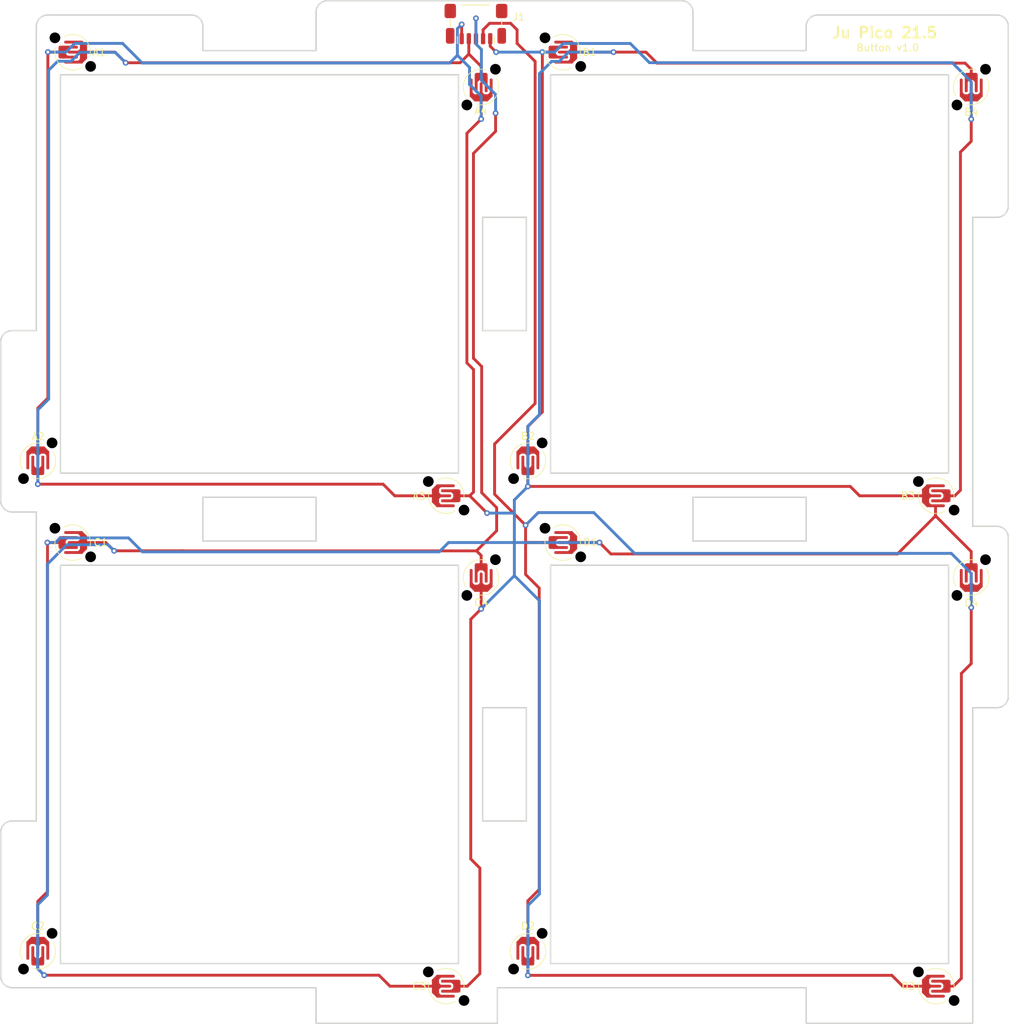
<source format=kicad_pcb>
(kicad_pcb (version 20241229) (generator "pcbnew") (generator_version "9.0")
  (title_block (title "Mai Button"))
  (layers (0 "F.Cu" signal) (2 "B.Cu" signal) (13 "F.Paste" user) (15 "B.Paste" user) (5 "F.SilkS" user "F.Silkscreen") (7 "B.SilkS" user "B.Silkscreen") (1 "F.Mask" user) (3 "B.Mask" user) (25 "Edge.Cuts" user))
  (net 0 "")
  (net 1 "GND")
  (net 2 "Net-(A1-B)")
  (net 3 "Net-(B1-A)")
  (net 4 "Net-(C1-B)")
  (net 5 "Net-(D1-A)")
  (footprint "ju_button:JuRubber" (layer "F.Cu") (at 149.092 117.372 90)
    (property "Reference" "D1")
    (property "Value" "SW_SPST" (hide yes))
  )
  (footprint "ju_button:JuRubber" (layer "F.Cu") (at 144.192 105.928 180)
    (property "Reference" "B2")
    (property "Value" "SW_SPST" (hide yes))
  )
  (footprint "ju_button:JuRubber" (layer "F.Cu") (at 137.648 53.629)
    (property "Reference" "A4")
    (property "Value" "SW_SPST" (hide yes))
  )
  (footprint "ju_button:JuRubber" (layer "F.Cu") (at 206.291 53.629)
    (property "Reference" "B4")
    (property "Value" "SW_SPST" (hide yes))
  )
  (footprint "ju_button:JuRubber" (layer "F.Cu") (at 201.391 110.828 -90)
    (property "Reference" "B3")
    (property "Value" "SW_SPST" (hide yes))
  )
  (footprint "ju_button:JuRubber" (layer "F.Cu") (at 80.449 48.729 90)
    (property "Reference" "A1")
    (property "Value" "SW_SPST" (hide yes))
  )
  (footprint "ju_button:JuRubber" (layer "F.Cu") (at 201.391 179.471 -90)
    (property "Reference" "D3")
    (property "Value" "SW_SPST" (hide yes))
  )
  (footprint "ju_button:SH1.0_5P" (layer "F.Cu") (at 136.92 44.85 180)
    (property "Reference" "J1")
    (property "Value" "Conn_01x05" (hide yes))
  )
  (footprint "ju_button:JuRubber" (layer "F.Cu") (at 132.748 179.471 -90)
    (property "Reference" "C3")
    (property "Value" "SW_SPST" (hide yes))
  )
  (footprint "ju_button:JuRubber" (layer "F.Cu") (at 132.748 110.828 -90)
    (property "Reference" "A3")
    (property "Value" "SW_SPST" (hide yes))
  )
  (footprint "ju_button:JuRubber" (layer "F.Cu") (at 75.549 105.928 180)
    (property "Reference" "A2")
    (property "Value" "SW_SPST" (hide yes))
  )
  (footprint "ju_button:JuRubber" (layer "F.Cu") (at 206.291 122.272)
    (property "Reference" "D4")
    (property "Value" "SW_SPST" (hide yes))
  )
  (footprint "ju_button:JuRubber" (layer "F.Cu") (at 80.449 117.372 90)
    (property "Reference" "C1")
    (property "Value" "SW_SPST" (hide yes))
  )
  (footprint "ju_button:JuRubber" (layer "F.Cu") (at 75.549 174.571 180)
    (property "Reference" "C2")
    (property "Value" "SW_SPST" (hide yes))
  )
  (footprint "ju_button:JuRubber" (layer "F.Cu") (at 137.648 122.272)
    (property "Reference" "C4")
    (property "Value" "SW_SPST" (hide yes))
  )
  (footprint "ju_button:JuRubber" (layer "F.Cu") (at 149.092 48.729 90)
    (property "Reference" "B1")
    (property "Value" "SW_SPST" (hide yes))
  )
  (footprint "ju_button:JuRubber" (layer "F.Cu") (at 144.192 174.571 180)
    (property "Reference" "D2")
    (property "Value" "SW_SPST" (hide yes))
  )
  (gr_line (start 183.167804 179.680714) (end 183.167804 184.665102) (stroke (width 0.2)) (layer "Edge.Cuts"))
  (gr_line (start 137.85827 87.70536) (end 143.98173 87.70536) (stroke (width 0.2)) (layer "Edge.Cuts"))
  (gr_line (start 134.473882 51.903674) (end 78.723674 51.903674) (stroke (width 0.2)) (layer "Edge.Cuts"))
  (gr_line (start 209.8851 115.1) (end 206.500714 115.1) (stroke (width 0.2)) (layer "Edge.Cuts"))
  (gr_line (start 137.85827 156.347804) (end 143.98173 156.347804) (stroke (width 0.2)) (layer "Edge.Cuts"))
  (gr_arc (start 97.072196 43.534898) (mid 98.203567 44.003527) (end 98.672196 45.134897) (stroke (width 0.2)) (layer "Edge.Cuts"))
  (gr_line (start 183.167804 117.16173) (end 183.167804 111.03827) (stroke (width 0.2)) (layer "Edge.Cuts"))
  (gr_arc (start 211.485102 138.8946) (mid 211.021383 140.021023) (end 209.899085 140.49464) (stroke (width 0.2)) (layer "Edge.Cuts"))
  (gr_line (start 71.954897 179.680714) (end 114.52536 179.680714) (stroke (width 0.2)) (layer "Edge.Cuts"))
  (gr_line (start 114.52536 43.134897) (end 114.52536 48.519286) (stroke (width 0.2)) (layer "Edge.Cuts"))
  (gr_line (start 75.339286 113.1) (end 75.339286 156.347804) (stroke (width 0.2)) (layer "Edge.Cuts"))
  (gr_arc (start 114.52536 43.134897) (mid 114.993989 42.003527) (end 116.125359 41.534898) (stroke (width 0.2)) (layer "Edge.Cuts"))
  (gr_line (start 78.723674 107.653882) (end 134.473882 107.653882) (stroke (width 0.2)) (layer "Edge.Cuts"))
  (gr_line (start 70.354898 157.947803) (end 70.354898 178.080715) (stroke (width 0.2)) (layer "Edge.Cuts"))
  (gr_arc (start 71.954897 113.1) (mid 70.823527 112.631371) (end 70.354898 111.5) (stroke (width 0.2)) (layer "Edge.Cuts"))
  (gr_line (start 167.31464 111.03827) (end 167.31464 117.16173) (stroke (width 0.2)) (layer "Edge.Cuts"))
  (gr_line (start 147.366118 107.653882) (end 203.116326 107.653882) (stroke (width 0.2)) (layer "Edge.Cuts"))
  (gr_arc (start 70.354898 157.947803) (mid 70.823527 156.816433) (end 71.954896 156.347804) (stroke (width 0.2)) (layer "Edge.Cuts"))
  (gr_arc (start 209.8851 43.534898) (mid 211.016472 44.003528) (end 211.485102 45.1349) (stroke (width 0.2)) (layer "Edge.Cuts"))
  (gr_line (start 78.723674 51.903674) (end 78.723674 107.653882) (stroke (width 0.2)) (layer "Edge.Cuts"))
  (gr_arc (start 70.354898 89.305359) (mid 70.823527 88.173989) (end 71.954897 87.70536) (stroke (width 0.2)) (layer "Edge.Cuts"))
  (gr_line (start 98.672196 111.03827) (end 98.672196 117.16173) (stroke (width 0.2)) (layer "Edge.Cuts"))
  (gr_line (start 139.92 184.665102) (end 139.92 179.680714) (stroke (width 0.2)) (layer "Edge.Cuts"))
  (gr_arc (start 209.8851 115.1) (mid 211.016471 115.568629) (end 211.4851 116.7) (stroke (width 0.2)) (layer "Edge.Cuts"))
  (gr_line (start 147.366118 176.296326) (end 203.116326 176.296326) (stroke (width 0.2)) (layer "Edge.Cuts"))
  (gr_line (start 75.339286 45.134897) (end 75.339286 87.70536) (stroke (width 0.2)) (layer "Edge.Cuts"))
  (gr_line (start 183.167804 184.665102) (end 206.500714 184.665102) (stroke (width 0.2)) (layer "Edge.Cuts"))
  (gr_line (start 75.339286 156.347804) (end 71.954896 156.347804) (stroke (width 0.2)) (layer "Edge.Cuts"))
  (gr_line (start 209.8851 43.534898) (end 184.767804 43.534898) (stroke (width 0.2)) (layer "Edge.Cuts"))
  (gr_arc (start 75.339286 45.134897) (mid 75.807915 44.003527) (end 76.939285 43.534898) (stroke (width 0.2)) (layer "Edge.Cuts"))
  (gr_line (start 114.52536 117.16173) (end 114.52536 111.03827) (stroke (width 0.2)) (layer "Edge.Cuts"))
  (gr_line (start 206.500714 140.49464) (end 209.899085 140.49464) (stroke (width 0.2)) (layer "Edge.Cuts"))
  (gr_line (start 167.31464 48.519286) (end 167.31464 43.120915) (stroke (width 0.2)) (layer "Edge.Cuts"))
  (gr_line (start 203.116326 107.653882) (end 203.116326 51.903674) (stroke (width 0.2)) (layer "Edge.Cuts"))
  (gr_line (start 211.485102 138.8946) (end 211.485102 116.7) (stroke (width 0.2)) (layer "Edge.Cuts"))
  (gr_line (start 165.7146 41.534898) (end 116.125359 41.534898) (stroke (width 0.2)) (layer "Edge.Cuts"))
  (gr_line (start 98.672196 48.519286) (end 98.672196 45.134897) (stroke (width 0.2)) (layer "Edge.Cuts"))
  (gr_line (start 75.339286 87.70536) (end 71.954897 87.70536) (stroke (width 0.2)) (layer "Edge.Cuts"))
  (gr_line (start 183.167804 48.519286) (end 167.31464 48.519286) (stroke (width 0.2)) (layer "Edge.Cuts"))
  (gr_line (start 134.473882 176.296326) (end 134.473882 120.546118) (stroke (width 0.2)) (layer "Edge.Cuts"))
  (gr_line (start 147.366118 51.903674) (end 147.366118 107.653882) (stroke (width 0.2)) (layer "Edge.Cuts"))
  (gr_line (start 78.723674 120.546118) (end 78.723674 176.296326) (stroke (width 0.2)) (layer "Edge.Cuts"))
  (gr_line (start 206.500714 184.665102) (end 206.500714 140.49464) (stroke (width 0.2)) (layer "Edge.Cuts"))
  (gr_line (start 134.473882 120.546118) (end 78.723674 120.546118) (stroke (width 0.2)) (layer "Edge.Cuts"))
  (gr_line (start 167.31464 117.16173) (end 183.167804 117.16173) (stroke (width 0.2)) (layer "Edge.Cuts"))
  (gr_line (start 203.116326 51.903674) (end 147.366118 51.903674) (stroke (width 0.2)) (layer "Edge.Cuts"))
  (gr_line (start 114.52536 111.03827) (end 98.672196 111.03827) (stroke (width 0.2)) (layer "Edge.Cuts"))
  (gr_line (start 114.52536 179.680714) (end 114.52536 184.665102) (stroke (width 0.2)) (layer "Edge.Cuts"))
  (gr_line (start 70.354898 89.305359) (end 70.354898 111.5) (stroke (width 0.2)) (layer "Edge.Cuts"))
  (gr_line (start 203.116326 176.296326) (end 203.116326 120.546118) (stroke (width 0.2)) (layer "Edge.Cuts"))
  (gr_line (start 143.98173 156.347804) (end 143.98173 140.49464) (stroke (width 0.2)) (layer "Edge.Cuts"))
  (gr_line (start 114.52536 48.519286) (end 98.672196 48.519286) (stroke (width 0.2)) (layer "Edge.Cuts"))
  (gr_line (start 183.167804 45.1349) (end 183.167804 48.519286) (stroke (width 0.2)) (layer "Edge.Cuts"))
  (gr_line (start 143.98173 71.852196) (end 137.85827 71.852196) (stroke (width 0.2)) (layer "Edge.Cuts"))
  (gr_line (start 97.072196 43.534898) (end 76.939285 43.534898) (stroke (width 0.2)) (layer "Edge.Cuts"))
  (gr_line (start 143.98173 140.49464) (end 137.85827 140.49464) (stroke (width 0.2)) (layer "Edge.Cuts"))
  (gr_line (start 114.52536 184.665102) (end 139.92 184.665102) (stroke (width 0.2)) (layer "Edge.Cuts"))
  (gr_line (start 98.672196 117.16173) (end 114.52536 117.16173) (stroke (width 0.2)) (layer "Edge.Cuts"))
  (gr_arc (start 71.954897 179.680714) (mid 70.823527 179.212085) (end 70.354898 178.080715) (stroke (width 0.2)) (layer "Edge.Cuts"))
  (gr_line (start 206.500714 115.1) (end 206.500714 71.852196) (stroke (width 0.2)) (layer "Edge.Cuts"))
  (gr_line (start 211.485102 70.2522) (end 211.485102 45.1349) (stroke (width 0.2)) (layer "Edge.Cuts"))
  (gr_line (start 203.116326 120.546118) (end 147.366118 120.546118) (stroke (width 0.2)) (layer "Edge.Cuts"))
  (gr_arc (start 165.7146 41.534898) (mid 166.841023 41.998617) (end 167.31464 43.120915) (stroke (width 0.2)) (layer "Edge.Cuts"))
  (gr_line (start 206.500714 71.852196) (end 209.889099 71.852196) (stroke (width 0.2)) (layer "Edge.Cuts"))
  (gr_line (start 147.366118 120.546118) (end 147.366118 176.296326) (stroke (width 0.2)) (layer "Edge.Cuts"))
  (gr_arc (start 211.485102 70.2522) (mid 211.017885 71.382158) (end 209.889099 71.852196) (stroke (width 0.2)) (layer "Edge.Cuts"))
  (gr_line (start 143.98173 87.70536) (end 143.98173 71.852196) (stroke (width 0.2)) (layer "Edge.Cuts"))
  (gr_line (start 183.167804 111.03827) (end 167.31464 111.03827) (stroke (width 0.2)) (layer "Edge.Cuts"))
  (gr_line (start 71.954897 113.1) (end 75.339286 113.1) (stroke (width 0.2)) (layer "Edge.Cuts"))
  (gr_line (start 139.92 179.680714) (end 183.167804 179.680714) (stroke (width 0.2)) (layer "Edge.Cuts"))
  (gr_line (start 134.473882 107.653882) (end 134.473882 51.903674) (stroke (width 0.2)) (layer "Edge.Cuts"))
  (gr_line (start 137.85827 140.49464) (end 137.85827 156.347804) (stroke (width 0.2)) (layer "Edge.Cuts"))
  (gr_arc (start 183.167804 45.1349) (mid 183.636433 44.003531) (end 184.767804 43.534898) (stroke (width 0.2)) (layer "Edge.Cuts"))
  (gr_line (start 78.723674 176.296326) (end 134.473882 176.296326) (stroke (width 0.2)) (layer "Edge.Cuts"))
  (gr_line (start 137.85827 71.852196) (end 137.85827 87.70536) (stroke (width 0.2)) (layer "Edge.Cuts"))
  (gr_text "Button v1.0" (at 190.12 48.7 0) (layer "F.SilkS") (effects (font (size 1 1)) (justify left bottom)))
  (gr_text "Ju Pico 21.5" (at 186.66 46.89 0) (layer "F.SilkS") (effects (font (size 1.5 1.5) (thickness 0.3) (bold yes)) (justify left bottom)))
  (segment (start 137.648 126.66) (end 137.648 123.772) (width 0.4) (layer "F.Cu") (net 1))
  (segment (start 136.58 110.296) (end 136.048 110.828) (width 0.4) (layer "F.Cu") (net 1))
  (segment (start 154.22 117.372) (end 155.818 118.97) (width 0.4) (layer "F.Cu") (net 1))
  (segment (start 135.65 92.23) (end 136.58 93.16) (width 0.4) (layer "F.Cu") (net 1))
  (segment (start 160.729 48.729) (end 162.27 50.27) (width 0.4) (layer "F.Cu") (net 1))
  (segment (start 144.192 109.52) (end 144.192 107.428) (width 0.4) (layer "F.Cu") (net 1))
  (segment (start 155.818 118.97) (end 195.962 118.97) (width 0.4) (layer "F.Cu") (net 1))
  (segment (start 137.47 177.71) (end 135.709 179.471) (width 0.4) (layer "F.Cu") (net 1))
  (segment (start 76.91 117.39) (end 76.91 166.24) (width 0.4) (layer "F.Cu") (net 1))
  (segment (start 137.65 58.1) (end 135.65 60.1) (width 0.4) (layer "F.Cu") (net 1))
  (segment (start 76.892 117.372) (end 76.91 117.39) (width 0.4) (layer "F.Cu") (net 1))
  (segment (start 137.648 126.66) (end 136.19 128.118) (width 0.4) (layer "F.Cu") (net 1))
  (segment (start 195.962 118.97) (end 201.291 113.641) (width 0.4) (layer "F.Cu") (net 1))
  (segment (start 206.291 118.641) (end 206.291 120.772) (width 0.4) (layer "F.Cu") (net 1))
  (segment (start 136.19 128.118) (end 136.19 161.67) (width 0.4) (layer "F.Cu") (net 1))
  (segment (start 137.648 58.098) (end 137.65 58.1) (width 0.4) (layer "F.Cu") (net 1))
  (segment (start 136.048 110.828) (end 134.248 110.828) (width 0.4) (layer "F.Cu") (net 1))
  (segment (start 76.96 48.73) (end 76.961 48.729) (width 0.4) (layer "F.Cu") (net 1))
  (segment (start 189.34 109.52) (end 144.192 109.52) (width 0.4) (layer "F.Cu") (net 1))
  (segment (start 137.47 162.95) (end 137.47 177.71) (width 0.4) (layer "F.Cu") (net 1))
  (segment (start 138.47 113.25) (end 136.048 110.828) (width 0.4) (layer "F.Cu") (net 1))
  (segment (start 195.17 177.95) (end 196.691 179.471) (width 0.4) (layer "F.Cu") (net 1))
  (segment (start 75.549 98.561) (end 75.549 104.428) (width 0.4) (layer "F.Cu") (net 1))
  (segment (start 199.891 110.828) (end 190.648 110.828) (width 0.4) (layer "F.Cu") (net 1))
  (segment (start 76.96 97.15) (end 75.549 98.561) (width 0.4) (layer "F.Cu") (net 1))
  (segment (start 76.892 117.372) (end 78.949 117.372) (width 0.4) (layer "F.Cu") (net 1))
  (segment (start 76.91 166.24) (end 75.549 167.601) (width 0.4) (layer "F.Cu") (net 1))
  (segment (start 190.648 110.828) (end 189.34 109.52) (width 0.4) (layer "F.Cu") (net 1))
  (segment (start 196.691 179.471) (end 199.891 179.471) (width 0.4) (layer "F.Cu") (net 1))
  (segment (start 76.96 48.73) (end 76.96 97.15) (width 0.4) (layer "F.Cu") (net 1))
  (segment (start 156.18 48.729) (end 150.592 48.729) (width 0.4) (layer "F.Cu") (net 1))
  (segment (start 201.291 112.228) (end 201.291 113.641) (width 0.4) (layer "F.Cu") (net 1))
  (segment (start 76.961 48.729) (end 78.949 48.729) (width 0.4) (layer "F.Cu") (net 1))
  (segment (start 156.18 48.729) (end 160.729 48.729) (width 0.4) (layer "F.Cu") (net 1))
  (segment (start 136.58 93.16) (end 136.58 110.296) (width 0.4) (layer "F.Cu") (net 1))
  (segment (start 137.648 55.129) (end 137.648 58.098) (width 0.4) (layer "F.Cu") (net 1))
  (segment (start 134.92 44.85) (end 134.92 46.85) (width 0.4) (layer "F.Cu") (net 1))
  (segment (start 162.27 50.27) (end 205.43 50.27) (width 0.4) (layer "F.Cu") (net 1))
  (segment (start 205.43 50.27) (end 206.291 51.131) (width 0.4) (layer "F.Cu") (net 1))
  (segment (start 206.291 51.131) (end 206.291 52.129) (width 0.4) (layer "F.Cu") (net 1))
  (segment (start 144.192 177.95) (end 195.17 177.95) (width 0.4) (layer "F.Cu") (net 1))
  (segment (start 75.549 167.601) (end 75.549 173.071) (width 0.4) (layer "F.Cu") (net 1))
  (segment (start 135.709 179.471) (end 134.248 179.471) (width 0.4) (layer "F.Cu") (net 1))
  (segment (start 136.19 161.67) (end 137.47 162.95) (width 0.4) (layer "F.Cu") (net 1))
  (segment (start 201.291 113.641) (end 206.291 118.641) (width 0.4) (layer "F.Cu") (net 1))
  (segment (start 154.22 117.372) (end 150.592 117.372) (width 0.4) (layer "F.Cu") (net 1))
  (segment (start 135.65 60.1) (end 135.65 92.23) (width 0.4) (layer "F.Cu") (net 1))
  (segment (start 144.192 177.95) (end 144.192 176.071) (width 0.4) (layer "F.Cu") (net 1))
  (via (at 156.18 48.729) (size 0.8) (drill 0.4) (layers "F.Cu" "B.Cu") (net 1))
  (via (at 134.92 44.85) (size 0.8) (drill 0.4) (layers "F.Cu" "B.Cu") (net 1))
  (via (at 137.648 126.66) (size 0.8) (drill 0.4) (layers "F.Cu" "B.Cu") (net 1))
  (via (at 144.192 177.95) (size 0.8) (drill 0.4) (layers "F.Cu" "B.Cu") (net 1))
  (via (at 138.47 113.25) (size 0.8) (drill 0.4) (layers "F.Cu" "B.Cu") (net 1))
  (via (at 137.648 58.098) (size 0.8) (drill 0.4) (layers "F.Cu" "B.Cu") (net 1))
  (via (at 76.892 117.372) (size 0.8) (drill 0.4) (layers "F.Cu" "B.Cu") (net 1))
  (via (at 76.96 48.73) (size 0.8) (drill 0.4) (layers "F.Cu" "B.Cu") (net 1))
  (via (at 144.192 109.52) (size 0.8) (drill 0.4) (layers "F.Cu" "B.Cu") (net 1))
  (via (at 154.22 117.372) (size 0.8) (drill 0.4) (layers "F.Cu" "B.Cu") (net 1))
  (segment (start 90.17 50.25) (end 133.24 50.25) (width 0.4) (layer "B.Cu") (net 1))
  (segment (start 78.028 117.372) (end 78.67 116.73) (width 0.4) (layer "B.Cu") (net 1))
  (segment (start 144.192 101.078) (end 145.81 99.46) (width 0.4) (layer "B.Cu") (net 1))
  (segment (start 149.891 48.729) (end 156.18 48.729) (width 0.4) (layer "B.Cu") (net 1))
  (segment (start 145.81 99.46) (end 145.81 51.74) (width 0.4) (layer "B.Cu") (net 1))
  (segment (start 76.96 48.73) (end 79.5 48.73) (width 0.4) (layer "B.Cu") (net 1))
  (segment (start 142.3 122.008) (end 142.3 117.372) (width 0.4) (layer "B.Cu") (net 1))
  (segment (start 79.5 48.73) (end 80.72 47.51) (width 0.4) (layer "B.Cu") (net 1))
  (segment (start 145.81 51.74) (end 147.53 50.02) (width 0.4) (layer "B.Cu") (net 1))
  (segment (start 78.67 116.73) (end 88.26 116.73) (width 0.4) (layer "B.Cu") (net 1))
  (segment (start 134.32 45.45) (end 134.32 49.17) (width 0.4) (layer "B.Cu") (net 1))
  (segment (start 142.3 113.25) (end 138.47 113.25) (width 0.4) (layer "B.Cu") (net 1))
  (segment (start 88.26 116.73) (end 90.21 118.68) (width 0.4) (layer "B.Cu") (net 1))
  (segment (start 137.648 126.66) (end 142.3 122.008) (width 0.4) (layer "B.Cu") (net 1))
  (segment (start 137.648 58.098) (end 137.648 54.878) (width 0.4) (layer "B.Cu") (net 1))
  (segment (start 144.192 177.95) (end 144.192 175.758) (width 0.4) (layer "B.Cu") (net 1))
  (segment (start 148.6 50.02) (end 149.891 48.729) (width 0.4) (layer "B.Cu") (net 1))
  (segment (start 147.53 50.02) (end 148.6 50.02) (width 0.4) (layer "B.Cu") (net 1))
  (segment (start 133.078 117.372) (end 142.3 117.372) (width 0.4) (layer "B.Cu") (net 1))
  (segment (start 134.92 44.85) (end 134.32 45.45) (width 0.4) (layer "B.Cu") (net 1))
  (segment (start 142.3 111.412) (end 144.192 109.52) (width 0.4) (layer "B.Cu") (net 1))
  (segment (start 144.2 175.75) (end 144.2 168.18) (width 0.4) (layer "B.Cu") (net 1))
  (segment (start 142.3 117.372) (end 142.3 111.412) (width 0.4) (layer "B.Cu") (net 1))
  (segment (start 145.82 125.528) (end 142.3 122.008) (width 0.4) (layer "B.Cu") (net 1))
  (segment (start 76.892 117.372) (end 78.028 117.372) (width 0.4) (layer "B.Cu") (net 1))
  (segment (start 90.21 118.68) (end 131.77 118.68) (width 0.4) (layer "B.Cu") (net 1))
  (segment (start 144.192 175.758) (end 144.2 175.75) (width 0.4) (layer "B.Cu") (net 1))
  (segment (start 144.2 168.18) (end 145.82 166.56) (width 0.4) (layer "B.Cu") (net 1))
  (segment (start 133.24 50.25) (end 134.32 49.17) (width 0.4) (layer "B.Cu") (net 1))
  (segment (start 154.22 117.372) (end 142.3 117.372) (width 0.4) (layer "B.Cu") (net 1))
  (segment (start 144.192 109.52) (end 144.192 101.078) (width 0.4) (layer "B.Cu") (net 1))
  (segment (start 138.52 113.3) (end 138.47 113.25) (width 0.4) (layer "B.Cu") (net 1))
  (segment (start 80.72 47.51) (end 87.43 47.51) (width 0.4) (layer "B.Cu") (net 1))
  (segment (start 145.82 166.56) (end 145.82 125.528) (width 0.4) (layer "B.Cu") (net 1))
  (segment (start 136.02 53.25) (end 136.02 50.87) (width 0.4) (layer "B.Cu") (net 1))
  (segment (start 87.43 47.51) (end 90.17 50.25) (width 0.4) (layer "B.Cu") (net 1))
  (segment (start 136.02 50.87) (end 134.32 49.17) (width 0.4) (layer "B.Cu") (net 1))
  (segment (start 131.77 118.68) (end 133.078 117.372) (width 0.4) (layer "B.Cu") (net 1))
  (segment (start 137.648 54.878) (end 136.02 53.25) (width 0.4) (layer "B.Cu") (net 1))
  (segment (start 123.91 109.2) (end 125.538 110.828) (width 0.4) (layer "F.Cu") (net 2))
  (segment (start 75.55 109.2) (end 123.91 109.2) (width 0.4) (layer "F.Cu") (net 2))
  (segment (start 75.549 108.529) (end 75.549 107.428) (width 0.4) (layer "F.Cu") (net 2))
  (segment (start 75.55 108.53) (end 75.549 108.529) (width 0.4) (layer "F.Cu") (net 2))
  (segment (start 134.7 50.22) (end 135.92 49) (width 0.4) (layer "F.Cu") (net 2))
  (segment (start 135.92 46.85) (end 135.92 49) (width 0.4) (layer "F.Cu") (net 2))
  (segment (start 135.92 49) (end 137.648 50.728) (width 0.4) (layer "F.Cu") (net 2))
  (segment (start 87.85 50.22) (end 86.359 48.729) (width 0.4) (layer "F.Cu") (net 2))
  (segment (start 87.85 50.22) (end 134.7 50.22) (width 0.4) (layer "F.Cu") (net 2))
  (segment (start 75.55 109.2) (end 75.55 108.53) (width 0.4) (layer "F.Cu") (net 2))
  (segment (start 86.359 48.729) (end 81.949 48.729) (width 0.4) (layer "F.Cu") (net 2))
  (segment (start 137.648 50.728) (end 137.648 52.129) (width 0.4) (layer "F.Cu") (net 2))
  (segment (start 125.538 110.828) (end 131.248 110.828) (width 0.4) (layer "F.Cu") (net 2))
  (via (at 87.85 50.22) (size 0.8) (drill 0.4) (layers "F.Cu" "B.Cu") (net 2))
  (via (at 75.55 109.2) (size 0.8) (drill 0.4) (layers "F.Cu" "B.Cu") (net 2))
  (segment (start 75.55 109.2) (end 75.55 98.81) (width 0.4) (layer "B.Cu") (net 2))
  (segment (start 86.39 48.76) (end 87.85 50.22) (width 0.4) (layer "B.Cu") (net 2))
  (segment (start 77.07 51.26) (end 78.33 50) (width 0.4) (layer "B.Cu") (net 2))
  (segment (start 80.21 50) (end 81.45 48.76) (width 0.4) (layer "B.Cu") (net 2))
  (segment (start 78.33 50) (end 80.21 50) (width 0.4) (layer "B.Cu") (net 2))
  (segment (start 75.55 98.81) (end 77.07 97.29) (width 0.4) (layer "B.Cu") (net 2))
  (segment (start 77.07 97.29) (end 77.07 51.26) (width 0.4) (layer "B.Cu") (net 2))
  (segment (start 81.45 48.76) (end 86.39 48.76) (width 0.4) (layer "B.Cu") (net 2))
  (segment (start 146.22 48.729) (end 146.22 99.1) (width 0.4) (layer "F.Cu") (net 3))
  (segment (start 146.22 99.1) (end 144.192 101.128) (width 0.4) (layer "F.Cu") (net 3))
  (segment (start 206.291 61.209) (end 204.78 62.72) (width 0.4) (layer "F.Cu") (net 3))
  (segment (start 147.592 48.729) (end 146.22 48.729) (width 0.4) (layer "F.Cu") (net 3))
  (segment (start 144.192 101.128) (end 144.192 104.428) (width 0.4) (layer "F.Cu") (net 3))
  (segment (start 139.739 48.729) (end 138.92 47.91) (width 0.4) (layer "F.Cu") (net 3))
  (segment (start 206.291 55.129) (end 206.291 58.11) (width 0.4) (layer "F.Cu") (net 3))
  (segment (start 203.992 110.828) (end 202.891 110.828) (width 0.4) (layer "F.Cu") (net 3))
  (segment (start 204.78 110.04) (end 203.992 110.828) (width 0.4) (layer "F.Cu") (net 3))
  (segment (start 204.78 62.72) (end 204.78 110.04) (width 0.4) (layer "F.Cu") (net 3))
  (segment (start 206.291 58.11) (end 206.291 61.209) (width 0.4) (layer "F.Cu") (net 3))
  (segment (start 138.92 47.91) (end 138.92 46.85) (width 0.4) (layer "F.Cu") (net 3))
  (via (at 206.291 58.11) (size 0.8) (drill 0.4) (layers "F.Cu" "B.Cu") (net 3))
  (via (at 146.22 48.729) (size 0.8) (drill 0.4) (layers "F.Cu" "B.Cu") (net 3))
  (via (at 139.739 48.729) (size 0.8) (drill 0.4) (layers "F.Cu" "B.Cu") (net 3))
  (segment (start 139.739 48.729) (end 147.931 48.729) (width 0.4) (layer "B.Cu") (net 3))
  (segment (start 147.931 48.729) (end 149.14 47.52) (width 0.4) (layer "B.Cu") (net 3))
  (segment (start 203.63 50.21) (end 206.291 52.871) (width 0.4) (layer "B.Cu") (net 3))
  (segment (start 158.53 47.52) (end 161.22 50.21) (width 0.4) (layer "B.Cu") (net 3))
  (segment (start 149.14 47.52) (end 158.53 47.52) (width 0.4) (layer "B.Cu") (net 3))
  (segment (start 161.22 50.21) (end 203.63 50.21) (width 0.4) (layer "B.Cu") (net 3))
  (segment (start 206.291 52.871) (end 206.291 58.11) (width 0.4) (layer "B.Cu") (net 3))
  (segment (start 95.86 118.53) (end 95.87 118.54) (width 0.4) (layer "F.Cu") (net 4))
  (segment (start 139.67 57.28) (end 139.67 59.81) (width 0.4) (layer "F.Cu") (net 4))
  (segment (start 85.082 117.372) (end 81.949 117.372) (width 0.4) (layer "F.Cu") (net 4))
  (segment (start 137.648 119.188) (end 137 118.54) (width 0.4) (layer "F.Cu") (net 4))
  (segment (start 136.92 44) (end 136.92 47.3) (width 0.4) (layer "F.Cu") (net 4))
  (segment (start 137.72 110.39) (end 139.82 112.49) (width 0.4) (layer "F.Cu") (net 4))
  (segment (start 86.24 118.53) (end 95.86 118.53) (width 0.4) (layer "F.Cu") (net 4))
  (segment (start 139.82 115.72) (end 137 118.54) (width 0.4) (layer "F.Cu") (net 4))
  (segment (start 137.72 92.73) (end 137.72 110.39) (width 0.4) (layer "F.Cu") (net 4))
  (segment (start 75.549 176.071) (end 75.549 177.029) (width 0.4) (layer "F.Cu") (net 4))
  (segment (start 136.57 91.58) (end 137.72 92.73) (width 0.4) (layer "F.Cu") (net 4))
  (segment (start 136.57 62.91) (end 136.57 91.58) (width 0.4) (layer "F.Cu") (net 4))
  (segment (start 123.33 177.93) (end 124.871 179.471) (width 0.4) (layer "F.Cu") (net 4))
  (segment (start 95.87 118.54) (end 137 118.54) (width 0.4) (layer "F.Cu") (net 4))
  (segment (start 86.24 118.53) (end 85.082 117.372) (width 0.4) (layer "F.Cu") (net 4))
  (segment (start 76.45 177.93) (end 123.33 177.93) (width 0.4) (layer "F.Cu") (net 4))
  (segment (start 137.648 120.772) (end 137.648 119.188) (width 0.4) (layer "F.Cu") (net 4))
  (segment (start 75.549 177.029) (end 76.45 177.93) (width 0.4) (layer "F.Cu") (net 4))
  (segment (start 139.67 59.81) (end 136.57 62.91) (width 0.4) (layer "F.Cu") (net 4))
  (segment (start 139.82 112.49) (end 139.82 115.72) (width 0.4) (layer "F.Cu") (net 4))
  (segment (start 124.871 179.471) (end 131.248 179.471) (width 0.4) (layer "F.Cu") (net 4))
  (via (at 139.67 57.28) (size 0.8) (drill 0.4) (layers "F.Cu" "B.Cu") (net 4))
  (via (at 76.45 177.93) (size 0.8) (drill 0.4) (layers "F.Cu" "B.Cu") (net 4))
  (via (at 136.92 44) (size 0.8) (drill 0.4) (layers "F.Cu" "B.Cu") (net 4))
  (via (at 86.24 118.53) (size 0.8) (drill 0.4) (layers "F.Cu" "B.Cu") (net 4))
  (segment (start 137.685 48.365) (end 136.92 47.6) (width 0.4) (layer "B.Cu") (net 4))
  (segment (start 76.9 120.39) (end 76.9 166.71) (width 0.4) (layer "B.Cu") (net 4))
  (segment (start 85.4 117.69) (end 79.6 117.69) (width 0.4) (layer "B.Cu") (net 4))
  (segment (start 139.67 54.65) (end 137.685 52.665) (width 0.4) (layer "B.Cu") (net 4))
  (segment (start 75.52 168.09) (end 75.52 177) (width 0.4) (layer "B.Cu") (net 4))
  (segment (start 137.685 52.665) (end 137.685 48.365) (width 0.4) (layer "B.Cu") (net 4))
  (segment (start 136.92 47.6) (end 136.92 44) (width 0.4) (layer "B.Cu") (net 4))
  (segment (start 139.67 57.28) (end 139.67 54.65) (width 0.4) (layer "B.Cu") (net 4))
  (segment (start 86.24 118.53) (end 85.4 117.69) (width 0.4) (layer "B.Cu") (net 4))
  (segment (start 75.52 177) (end 76.45 177.93) (width 0.4) (layer "B.Cu") (net 4))
  (segment (start 76.9 166.71) (end 75.52 168.09) (width 0.4) (layer "B.Cu") (net 4))
  (segment (start 79.6 117.69) (end 76.9 120.39) (width 0.4) (layer "B.Cu") (net 4))
  (segment (start 142.68 47.51) (end 145.21 50.04) (width 0.4) (layer "F.Cu") (net 5))
  (segment (start 145.21 50.04) (end 145.21 97.9) (width 0.4) (layer "F.Cu") (net 5))
  (segment (start 145.78 165.93) (end 144.192 167.518) (width 0.4) (layer "F.Cu") (net 5))
  (segment (start 144.192 167.518) (end 144.192 173.071) (width 0.4) (layer "F.Cu") (net 5))
  (segment (start 143.87 117.37) (end 143.87 121.83) (width 0.4) (layer "F.Cu") (net 5))
  (segment (start 204.91 178.37) (end 203.809 179.471) (width 0.4) (layer "F.Cu") (net 5))
  (segment (start 206.291 134.309) (end 204.91 135.69) (width 0.4) (layer "F.Cu") (net 5))
  (segment (start 145.78 123.74) (end 145.78 165.93) (width 0.4) (layer "F.Cu") (net 5))
  (segment (start 206.291 123.772) (end 206.291 126.47) (width 0.4) (layer "F.Cu") (net 5))
  (segment (start 145.21 97.9) (end 139.53 103.58) (width 0.4) (layer "F.Cu") (net 5))
  (segment (start 143.87 121.83) (end 145.78 123.74) (width 0.4) (layer "F.Cu") (net 5))
  (segment (start 147.592 117.372) (end 143.872 117.372) (width 0.4) (layer "F.Cu") (net 5))
  (segment (start 139.53 103.58) (end 139.53 110.61) (width 0.4) (layer "F.Cu") (net 5))
  (segment (start 143.87 114.95) (end 143.87 117.37) (width 0.4) (layer "F.Cu") (net 5))
  (segment (start 206.291 126.47) (end 206.291 134.309) (width 0.4) (layer "F.Cu") (net 5))
  (segment (start 203.809 179.471) (end 202.891 179.471) (width 0.4) (layer "F.Cu") (net 5))
  (segment (start 137.92 46.85) (end 137.92 45.6) (width 0.4) (layer "F.Cu") (net 5))
  (segment (start 139.53 110.61) (end 143.87 114.95) (width 0.4) (layer "F.Cu") (net 5))
  (segment (start 141.77 44.7) (end 142.68 45.61) (width 0.4) (layer "F.Cu") (net 5))
  (segment (start 204.91 135.69) (end 204.91 178.37) (width 0.4) (layer "F.Cu") (net 5))
  (segment (start 142.68 45.61) (end 142.68 47.51) (width 0.4) (layer "F.Cu") (net 5))
  (segment (start 137.92 45.6) (end 138.82 44.7) (width 0.4) (layer "F.Cu") (net 5))
  (segment (start 138.82 44.7) (end 141.77 44.7) (width 0.4) (layer "F.Cu") (net 5))
  (via (at 143.87 114.95) (size 0.8) (drill 0.4) (layers "F.Cu" "B.Cu") (net 5))
  (via (at 206.291 126.47) (size 0.8) (drill 0.4) (layers "F.Cu" "B.Cu") (net 5))
  (segment (start 203.5 118.89) (end 159.14 118.89) (width 0.4) (layer "B.Cu") (net 5))
  (segment (start 159.14 118.89) (end 153.43 113.18) (width 0.4) (layer "B.Cu") (net 5))
  (segment (start 206.291 126.47) (end 206.291 121.681) (width 0.4) (layer "B.Cu") (net 5))
  (segment (start 206.291 121.681) (end 203.5 118.89) (width 0.4) (layer "B.Cu") (net 5))
  (segment (start 153.43 113.18) (end 145.64 113.18) (width 0.4) (layer "B.Cu") (net 5))
  (segment (start 145.64 113.18) (end 143.87 114.95) (width 0.4) (layer "B.Cu") (net 5))
)
</source>
